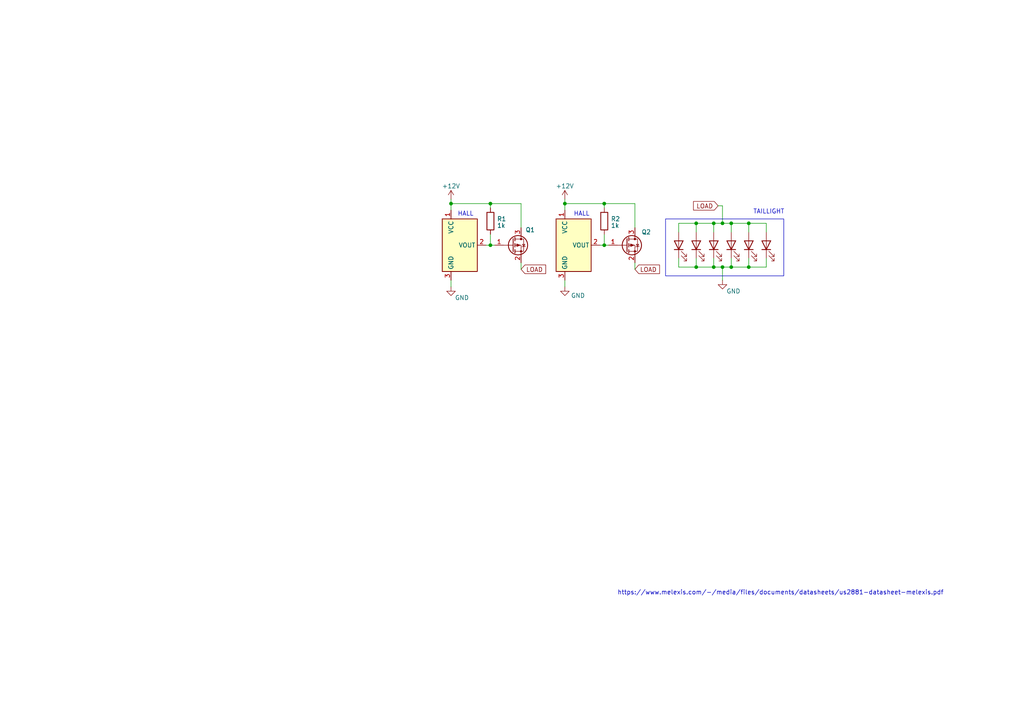
<source format=kicad_sch>
(kicad_sch (version 20230121) (generator eeschema)
  (paper "A4")
  (lib_symbols
    (symbol "Device:LED" (pin_numbers hide) (pin_names (offset 1.016) hide)
      (property "Reference" "D" (at 0 2.54 0))
      (property "Value" "LED" (at 0 -2.54 0))
      (symbol "LED_0_1"
        (polyline (pts (xy -1.27 -1.27) (xy -1.27 1.27)) (stroke (width 0.254)))
        (polyline (pts (xy -1.27 0) (xy 1.27 0)))
        (polyline (pts (xy 1.27 -1.27) (xy 1.27 1.27) (xy -1.27 0) (xy 1.27 -1.27)) (stroke (width 0.254)))
        (polyline (pts (xy -3.048 -0.762) (xy -4.572 -2.286) (xy -3.81 -2.286) (xy -4.572 -2.286) (xy -4.572 -1.524)))
        (polyline (pts (xy -1.778 -0.762) (xy -3.302 -2.286) (xy -2.54 -2.286) (xy -3.302 -2.286) (xy -3.302 -1.524)))
      )
      (symbol "LED_1_1"
        (pin passive line (at -3.81 0 0) (length 2.54) (name "K") (number "1"))
        (pin passive line (at 3.81 0 180) (length 2.54) (name "A") (number "2"))
      )
    )
    (symbol "Device:R" (pin_numbers hide) (pin_names (offset 0))
      (property "Reference" "R" (at 2.032 0 90))
      (property "Value" "R" (at 0 0 90))
      (symbol "R_0_1"
        (rectangle (start -1.016 -2.54) (end 1.016 2.54) (stroke (width 0.254)))
      )
      (symbol "R_1_1"
        (pin passive line (at 0 3.81 270) (length 1.27) (name "~") (number "1"))
        (pin passive line (at 0 -3.81 90) (length 1.27) (name "~") (number "2"))
      )
    )
    (symbol "Sensor_Magnetic:A1101ELHL"
      (property "Reference" "U" (at 0 11.43 0))
      (property "Value" "A1101ELHL" (at 0 8.89 0))
      (symbol "A1101ELHL_0_1"
        (rectangle (start -5.08 7.62) (end 5.08 -7.62) (stroke (width 0.254)) (fill (type background)))
      )
      (symbol "A1101ELHL_1_1"
        (pin power_in line (at -2.54 10.16 270) (length 2.54) (name "VCC") (number "1"))
        (pin open_collector line (at 7.62 0 180) (length 2.54) (name "VOUT") (number "2"))
        (pin power_in line (at -2.54 -10.16 90) (length 2.54) (name "GND") (number "3"))
      )
    )
    (symbol "Transistor_FET:AO3401A" (pin_names hide)
      (property "Reference" "Q" (at 5.08 1.905 0))
      (property "Value" "AO3401A" (at 5.08 0 0))
      (symbol "AO3401A_0_1"
        (polyline (pts (xy 0.254 0) (xy -2.54 0)))
        (polyline (pts (xy 0.254 1.905) (xy 0.254 -1.905)) (stroke (width 0.254)))
        (polyline (pts (xy 0.762 -1.27) (xy 0.762 -2.286)) (stroke (width 0.254)))
        (polyline (pts (xy 0.762 0.508) (xy 0.762 -0.508)) (stroke (width 0.254)))
        (polyline (pts (xy 0.762 2.286) (xy 0.762 1.27)) (stroke (width 0.254)))
        (polyline (pts (xy 2.54 2.54) (xy 2.54 1.778)))
        (polyline (pts (xy 2.54 -2.54) (xy 2.54 0) (xy 0.762 0)))
        (polyline (pts (xy 0.762 1.778) (xy 3.302 1.778) (xy 3.302 -1.778) (xy 0.762 -1.778)))
        (polyline (pts (xy 2.286 0) (xy 1.27 0.381) (xy 1.27 -0.381) (xy 2.286 0)) (fill (type outline)))
        (polyline (pts (xy 2.794 -0.508) (xy 2.921 -0.381) (xy 3.683 -0.381) (xy 3.81 -0.254)))
        (polyline (pts (xy 3.302 -0.381) (xy 2.921 0.254) (xy 3.683 0.254) (xy 3.302 -0.381)))
        (circle (center 1.651 0) (radius 2.794) (stroke (width 0.254)))
        (circle (center 2.54 -1.778) (radius 0.254) (fill (type outline)))
        (circle (center 2.54 1.778) (radius 0.254) (fill (type outline)))
      )
      (symbol "AO3401A_1_1"
        (pin input line (at -5.08 0 0) (length 2.54) (name "G") (number "1"))
        (pin passive line (at 2.54 -5.08 90) (length 2.54) (name "S") (number "2"))
        (pin passive line (at 2.54 5.08 270) (length 2.54) (name "D") (number "3"))
      )
    )
    (symbol "power:+12V" (power) (pin_names (offset 0))
      (property "Value" "+12V" (at 0 3.556 0))
      (symbol "+12V_0_1"
        (polyline (pts (xy -0.762 1.27) (xy 0 2.54)))
        (polyline (pts (xy 0 0) (xy 0 2.54)))
        (polyline (pts (xy 0 2.54) (xy 0.762 1.27)))
      )
      (symbol "+12V_1_1"
        (pin power_in line (at 0 0 90) (length 0) hide (name "+12V") (number "1"))
      )
    )
    (symbol "power:GND" (power) (pin_names (offset 0))
      (property "Value" "GND" (at 0 -3.81 0))
      (symbol "GND_0_1"
        (polyline (pts (xy 0 0) (xy 0 -1.27) (xy 1.27 -1.27) (xy 0 -2.54) (xy -1.27 -1.27) (xy 0 -1.27)))
      )
      (symbol "GND_1_1"
        (pin power_in line (at 0 0 270) (length 0) hide (name "GND") (number "1"))
      )
    )
  )
  (junction (at 217.17 64.77))
  (junction (at 201.93 64.77))
  (junction (at 209.55 77.47))
  (junction (at 163.83 59.055))
  (junction (at 142.24 59.055))
  (junction (at 175.26 59.055))
  (junction (at 142.24 71.12))
  (junction (at 201.93 77.47))
  (junction (at 212.09 64.77))
  (junction (at 209.55 64.77))
  (junction (at 175.26 71.12))
  (junction (at 212.09 77.47))
  (junction (at 130.81 59.055))
  (junction (at 207.01 77.47))
  (junction (at 217.17 77.47))
  (junction (at 207.01 64.77))
  (wire (pts (xy 222.25 74.93) (xy 222.25 77.47)))
  (wire (pts (xy 184.15 59.055) (xy 175.26 59.055)))
  (wire (pts (xy 208.28 59.69) (xy 209.55 59.69)))
  (wire (pts (xy 207.01 74.93) (xy 207.01 77.47)))
  (wire (pts (xy 209.55 64.77) (xy 212.09 64.77)))
  (wire (pts (xy 184.15 76.2) (xy 184.15 78.105)))
  (wire (pts (xy 175.26 59.055) (xy 175.26 60.325)))
  (wire (pts (xy 201.93 77.47) (xy 207.01 77.47)))
  (wire (pts (xy 142.24 67.945) (xy 142.24 71.12)))
  (wire (pts (xy 196.85 64.77) (xy 196.85 67.31)))
  (wire (pts (xy 163.83 57.785) (xy 163.83 59.055)))
  (wire (pts (xy 212.09 77.47) (xy 217.17 77.47)))
  (wire (pts (xy 217.17 64.77) (xy 217.17 67.31)))
  (wire (pts (xy 209.55 59.69) (xy 209.55 64.77)))
  (wire (pts (xy 196.85 77.47) (xy 201.93 77.47)))
  (wire (pts (xy 142.24 59.055) (xy 130.81 59.055)))
  (wire (pts (xy 175.26 59.055) (xy 163.83 59.055)))
  (wire (pts (xy 212.09 74.93) (xy 212.09 77.47)))
  (wire (pts (xy 130.81 81.28) (xy 130.81 83.185)))
  (wire (pts (xy 173.99 71.12) (xy 175.26 71.12)))
  (wire (pts (xy 212.09 64.77) (xy 212.09 67.31)))
  (wire (pts (xy 209.55 77.47) (xy 212.09 77.47)))
  (wire (pts (xy 209.55 77.47) (xy 209.55 81.28)))
  (wire (pts (xy 201.93 64.77) (xy 207.01 64.77)))
  (wire (pts (xy 201.93 64.77) (xy 201.93 67.31)))
  (wire (pts (xy 142.24 59.055) (xy 142.24 60.325)))
  (wire (pts (xy 196.85 64.77) (xy 201.93 64.77)))
  (wire (pts (xy 222.25 64.77) (xy 222.25 67.31)))
  (wire (pts (xy 163.83 59.055) (xy 163.83 60.96)))
  (wire (pts (xy 207.01 64.77) (xy 207.01 67.31)))
  (wire (pts (xy 130.81 59.055) (xy 130.81 60.96)))
  (wire (pts (xy 207.01 64.77) (xy 209.55 64.77)))
  (wire (pts (xy 151.13 59.055) (xy 142.24 59.055)))
  (wire (pts (xy 207.01 77.47) (xy 209.55 77.47)))
  (wire (pts (xy 151.13 76.2) (xy 151.13 78.105)))
  (wire (pts (xy 212.09 64.77) (xy 217.17 64.77)))
  (wire (pts (xy 217.17 64.77) (xy 222.25 64.77)))
  (wire (pts (xy 217.17 74.93) (xy 217.17 77.47)))
  (wire (pts (xy 130.81 57.785) (xy 130.81 59.055)))
  (wire (pts (xy 175.26 67.945) (xy 175.26 71.12)))
  (wire (pts (xy 163.83 81.28) (xy 163.83 83.185)))
  (wire (pts (xy 142.24 71.12) (xy 143.51 71.12)))
  (wire (pts (xy 140.97 71.12) (xy 142.24 71.12)))
  (wire (pts (xy 175.26 71.12) (xy 176.53 71.12)))
  (wire (pts (xy 217.17 77.47) (xy 222.25 77.47)))
  (wire (pts (xy 196.85 74.93) (xy 196.85 77.47)))
  (wire (pts (xy 201.93 74.93) (xy 201.93 77.47)))
  (wire (pts (xy 184.15 59.055) (xy 184.15 66.04)))
  (wire (pts (xy 151.13 59.055) (xy 151.13 66.04)))
  (rectangle (start 193.04 63.5) (end 227.33 80.01))
  (text "TAILLIGHT\n" (at 218.44 62.23 0) (effects (font (size 1.27 1.27)) (justify left bottom)))
  (text "https://www.melexis.com/-/media/files/documents/datasheets/us2881-datasheet-melexis.pdf" (at 179.07 172.72 0) (effects (font (size 1.27 1.27)) (justify left bottom)))
  (text "HALL" (at 166.37 62.865 0) (effects (font (size 1.27 1.27)) (justify left bottom)))
  (text "HALL" (at 132.715 62.865 0) (effects (font (size 1.27 1.27)) (justify left bottom)))
  (global_label "LOAD" (shape input) (at 184.15 78.105 0) (property "Intersheetrefs" "${INTERSHEET_REFS}" (effects hide)))
  (global_label "LOAD" (shape input) (at 151.13 78.105 0) (property "Intersheetrefs" "${INTERSHEET_REFS}" (effects hide)))
  (global_label "LOAD" (shape input) (at 208.28 59.69 180) (property "Intersheetrefs" "${INTERSHEET_REFS}" (effects hide)))
  (symbol (lib_id "Device:R") (at 142.24 64.135 0) (unit 1)
    (property "Reference" "R1" (at 144.145 63.5 0) (effects (justify left)))
    (property "Value" "1k" (at 144.145 65.405 0) (effects (justify left)))
  )
  (symbol (lib_id "power:+12V") (at 163.83 57.785 0) (unit 1)
    (property "Reference" "#PWR04" (effects hide))
    (property "Value" "+12V" (at 163.83 53.975 0))
  )
  (symbol (lib_id "power:GND") (at 130.81 83.185 0) (unit 1)
    (property "Reference" "#PWR02" (effects hide))
    (property "Value" "GND" (at 133.985 86.36 0))
  )
  (symbol (lib_id "Device:R") (at 175.26 64.135 0) (unit 1)
    (property "Reference" "R2" (at 177.165 63.5 0) (effects (justify left)))
    (property "Value" "1k" (at 177.165 65.405 0) (effects (justify left)))
  )
  (symbol (lib_id "power:GND") (at 209.55 81.28 0) (unit 1)
    (property "Reference" "#PWR03" (effects hide))
    (property "Value" "GND" (at 212.725 84.455 0))
  )
  (symbol (lib_id "Device:LED") (at 207.01 71.12 90) (unit 1)
    (property "Reference" "D1" (effects hide))
    (property "Value" "LED" (effects hide))
  )
  (symbol (lib_id "Sensor_Magnetic:A1101ELHL") (at 133.35 71.12 0) (unit 1)
    (property "Reference" "U1" (effects hide))
    (property "Value" "US2881LUA-AAA-000-BU" (effects hide))
    (property "Footprint" "Package_TO_SOT_SMD:SOT-23W" (effects hide))
    (property "Datasheet" "https://www.allegromicro.com/-/media/files/datasheets/a110x-datasheet.ashx" (effects hide))
  )
  (symbol (lib_id "Transistor_FET:AO3401A") (at 181.61 71.12 0) (unit 1)
    (property "Reference" "Q2" (at 186.055 67.31 0) (effects (justify left)))
    (property "Value" "AO3401A" (effects hide))
    (property "Footprint" "Package_TO_SOT_SMD:SOT-23" (effects hide))
    (property "Datasheet" "http://www.aosmd.com/pdfs/datasheet/AO3401A.pdf" (effects hide))
  )
  (symbol (lib_id "Device:LED") (at 222.25 71.12 90) (unit 1)
    (property "Reference" "D4" (effects hide))
    (property "Value" "LED" (effects hide))
  )
  (symbol (lib_id "Device:LED") (at 217.17 71.12 90) (unit 1)
    (property "Reference" "D3" (effects hide))
    (property "Value" "LED" (effects hide))
  )
  (symbol (lib_id "Sensor_Magnetic:A1101ELHL") (at 166.37 71.12 0) (unit 1)
    (property "Reference" "U2" (effects hide))
    (property "Value" "US2881LUA-AAA-000-BU" (effects hide))
    (property "Footprint" "Package_TO_SOT_SMD:SOT-23W" (effects hide))
    (property "Datasheet" "https://www.allegromicro.com/-/media/files/datasheets/a110x-datasheet.ashx" (effects hide))
  )
  (symbol (lib_id "power:+12V") (at 130.81 57.785 0) (unit 1)
    (property "Reference" "#PWR01" (effects hide))
    (property "Value" "+12V" (at 130.81 53.975 0))
  )
  (symbol (lib_id "Transistor_FET:AO3401A") (at 148.59 71.12 0) (unit 1)
    (property "Reference" "Q1" (at 152.4 66.675 0) (effects (justify left)))
    (property "Value" "AO3401A" (effects hide))
    (property "Footprint" "Package_TO_SOT_SMD:SOT-23" (effects hide))
    (property "Datasheet" "http://www.aosmd.com/pdfs/datasheet/AO3401A.pdf" (effects hide))
  )
  (symbol (lib_id "Device:LED") (at 201.93 71.12 90) (unit 1)
    (property "Reference" "D5" (effects hide))
    (property "Value" "LED" (effects hide))
  )
  (symbol (lib_id "Device:LED") (at 212.09 71.12 90) (unit 1)
    (property "Reference" "D2" (effects hide))
    (property "Value" "LED" (effects hide))
  )
  (symbol (lib_id "power:GND") (at 163.83 83.185 0) (unit 1)
    (property "Reference" "#PWR05" (effects hide))
    (property "Value" "GND" (at 167.64 85.725 0))
  )
  (symbol (lib_id "Device:LED") (at 196.85 71.12 90) (unit 1)
    (property "Reference" "D6" (effects hide))
    (property "Value" "LED" (effects hide))
  )
)
</source>
